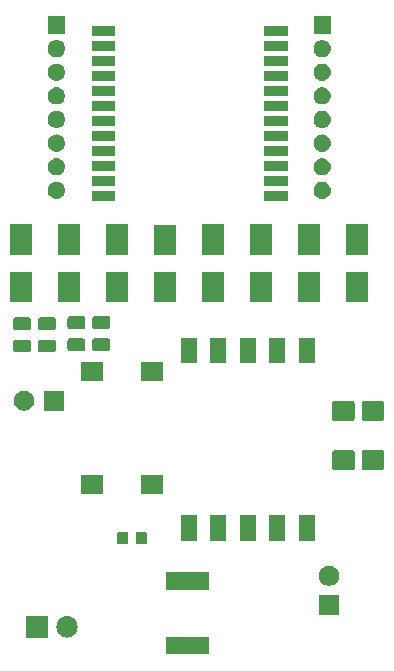
<source format=gbr>
G04 #@! TF.GenerationSoftware,KiCad,Pcbnew,(5.1.4-0-10_14)*
G04 #@! TF.CreationDate,2019-09-18T11:49:10-05:00*
G04 #@! TF.ProjectId,poePoweredDevice-PD,706f6550-6f77-4657-9265-644465766963,rev?*
G04 #@! TF.SameCoordinates,Original*
G04 #@! TF.FileFunction,Soldermask,Top*
G04 #@! TF.FilePolarity,Negative*
%FSLAX46Y46*%
G04 Gerber Fmt 4.6, Leading zero omitted, Abs format (unit mm)*
G04 Created by KiCad (PCBNEW (5.1.4-0-10_14)) date 2019-09-18 11:49:10*
%MOMM*%
%LPD*%
G04 APERTURE LIST*
%ADD10C,0.100000*%
G04 APERTURE END LIST*
D10*
G36*
X175931000Y-139999000D02*
G01*
X172269000Y-139999000D01*
X172269000Y-138497000D01*
X175931000Y-138497000D01*
X175931000Y-139999000D01*
X175931000Y-139999000D01*
G37*
G36*
X162257800Y-138569000D02*
G01*
X160455800Y-138569000D01*
X160455800Y-136767000D01*
X162257800Y-136767000D01*
X162257800Y-138569000D01*
X162257800Y-138569000D01*
G37*
G36*
X164007242Y-136773518D02*
G01*
X164073427Y-136780037D01*
X164243266Y-136831557D01*
X164399791Y-136915222D01*
X164435529Y-136944552D01*
X164536986Y-137027814D01*
X164620248Y-137129271D01*
X164649578Y-137165009D01*
X164733243Y-137321534D01*
X164784763Y-137491373D01*
X164802159Y-137668000D01*
X164784763Y-137844627D01*
X164733243Y-138014466D01*
X164649578Y-138170991D01*
X164620248Y-138206729D01*
X164536986Y-138308186D01*
X164435529Y-138391448D01*
X164399791Y-138420778D01*
X164243266Y-138504443D01*
X164073427Y-138555963D01*
X164007243Y-138562481D01*
X163941060Y-138569000D01*
X163852540Y-138569000D01*
X163786357Y-138562481D01*
X163720173Y-138555963D01*
X163550334Y-138504443D01*
X163393809Y-138420778D01*
X163358071Y-138391448D01*
X163256614Y-138308186D01*
X163173352Y-138206729D01*
X163144022Y-138170991D01*
X163060357Y-138014466D01*
X163008837Y-137844627D01*
X162991441Y-137668000D01*
X163008837Y-137491373D01*
X163060357Y-137321534D01*
X163144022Y-137165009D01*
X163173352Y-137129271D01*
X163256614Y-137027814D01*
X163358071Y-136944552D01*
X163393809Y-136915222D01*
X163550334Y-136831557D01*
X163720173Y-136780037D01*
X163786358Y-136773518D01*
X163852540Y-136767000D01*
X163941060Y-136767000D01*
X164007242Y-136773518D01*
X164007242Y-136773518D01*
G37*
G36*
X186931400Y-136690200D02*
G01*
X185229400Y-136690200D01*
X185229400Y-134988200D01*
X186931400Y-134988200D01*
X186931400Y-136690200D01*
X186931400Y-136690200D01*
G37*
G36*
X175931000Y-134539000D02*
G01*
X172269000Y-134539000D01*
X172269000Y-133037000D01*
X175931000Y-133037000D01*
X175931000Y-134539000D01*
X175931000Y-134539000D01*
G37*
G36*
X186328628Y-132520903D02*
G01*
X186483500Y-132585053D01*
X186622881Y-132678185D01*
X186741415Y-132796719D01*
X186834547Y-132936100D01*
X186898697Y-133090972D01*
X186931400Y-133255384D01*
X186931400Y-133423016D01*
X186898697Y-133587428D01*
X186834547Y-133742300D01*
X186741415Y-133881681D01*
X186622881Y-134000215D01*
X186483500Y-134093347D01*
X186328628Y-134157497D01*
X186164216Y-134190200D01*
X185996584Y-134190200D01*
X185832172Y-134157497D01*
X185677300Y-134093347D01*
X185537919Y-134000215D01*
X185419385Y-133881681D01*
X185326253Y-133742300D01*
X185262103Y-133587428D01*
X185229400Y-133423016D01*
X185229400Y-133255384D01*
X185262103Y-133090972D01*
X185326253Y-132936100D01*
X185419385Y-132796719D01*
X185537919Y-132678185D01*
X185677300Y-132585053D01*
X185832172Y-132520903D01*
X185996584Y-132488200D01*
X186164216Y-132488200D01*
X186328628Y-132520903D01*
X186328628Y-132520903D01*
G37*
G36*
X170529591Y-129626085D02*
G01*
X170563569Y-129636393D01*
X170594890Y-129653134D01*
X170622339Y-129675661D01*
X170644866Y-129703110D01*
X170661607Y-129734431D01*
X170671915Y-129768409D01*
X170676000Y-129809890D01*
X170676000Y-130486110D01*
X170671915Y-130527591D01*
X170661607Y-130561569D01*
X170644866Y-130592890D01*
X170622339Y-130620339D01*
X170594890Y-130642866D01*
X170563569Y-130659607D01*
X170529591Y-130669915D01*
X170488110Y-130674000D01*
X169886890Y-130674000D01*
X169845409Y-130669915D01*
X169811431Y-130659607D01*
X169780110Y-130642866D01*
X169752661Y-130620339D01*
X169730134Y-130592890D01*
X169713393Y-130561569D01*
X169703085Y-130527591D01*
X169699000Y-130486110D01*
X169699000Y-129809890D01*
X169703085Y-129768409D01*
X169713393Y-129734431D01*
X169730134Y-129703110D01*
X169752661Y-129675661D01*
X169780110Y-129653134D01*
X169811431Y-129636393D01*
X169845409Y-129626085D01*
X169886890Y-129622000D01*
X170488110Y-129622000D01*
X170529591Y-129626085D01*
X170529591Y-129626085D01*
G37*
G36*
X168954591Y-129626085D02*
G01*
X168988569Y-129636393D01*
X169019890Y-129653134D01*
X169047339Y-129675661D01*
X169069866Y-129703110D01*
X169086607Y-129734431D01*
X169096915Y-129768409D01*
X169101000Y-129809890D01*
X169101000Y-130486110D01*
X169096915Y-130527591D01*
X169086607Y-130561569D01*
X169069866Y-130592890D01*
X169047339Y-130620339D01*
X169019890Y-130642866D01*
X168988569Y-130659607D01*
X168954591Y-130669915D01*
X168913110Y-130674000D01*
X168311890Y-130674000D01*
X168270409Y-130669915D01*
X168236431Y-130659607D01*
X168205110Y-130642866D01*
X168177661Y-130620339D01*
X168155134Y-130592890D01*
X168138393Y-130561569D01*
X168128085Y-130527591D01*
X168124000Y-130486110D01*
X168124000Y-129809890D01*
X168128085Y-129768409D01*
X168138393Y-129734431D01*
X168155134Y-129703110D01*
X168177661Y-129675661D01*
X168205110Y-129653134D01*
X168236431Y-129636393D01*
X168270409Y-129626085D01*
X168311890Y-129622000D01*
X168913110Y-129622000D01*
X168954591Y-129626085D01*
X168954591Y-129626085D01*
G37*
G36*
X184886000Y-130366000D02*
G01*
X183514000Y-130366000D01*
X183514000Y-128234000D01*
X184886000Y-128234000D01*
X184886000Y-130366000D01*
X184886000Y-130366000D01*
G37*
G36*
X182386000Y-130366000D02*
G01*
X181014000Y-130366000D01*
X181014000Y-128234000D01*
X182386000Y-128234000D01*
X182386000Y-130366000D01*
X182386000Y-130366000D01*
G37*
G36*
X179886000Y-130366000D02*
G01*
X178514000Y-130366000D01*
X178514000Y-128234000D01*
X179886000Y-128234000D01*
X179886000Y-130366000D01*
X179886000Y-130366000D01*
G37*
G36*
X177386000Y-130366000D02*
G01*
X176014000Y-130366000D01*
X176014000Y-128234000D01*
X177386000Y-128234000D01*
X177386000Y-130366000D01*
X177386000Y-130366000D01*
G37*
G36*
X174886000Y-130366000D02*
G01*
X173514000Y-130366000D01*
X173514000Y-128234000D01*
X174886000Y-128234000D01*
X174886000Y-130366000D01*
X174886000Y-130366000D01*
G37*
G36*
X166955400Y-126388600D02*
G01*
X165073400Y-126388600D01*
X165073400Y-124766600D01*
X166955400Y-124766600D01*
X166955400Y-126388600D01*
X166955400Y-126388600D01*
G37*
G36*
X172035400Y-126388600D02*
G01*
X170153400Y-126388600D01*
X170153400Y-124766600D01*
X172035400Y-124766600D01*
X172035400Y-126388600D01*
X172035400Y-126388600D01*
G37*
G36*
X188104897Y-122715868D02*
G01*
X188138709Y-122726125D01*
X188169879Y-122742786D01*
X188197196Y-122765204D01*
X188219614Y-122792521D01*
X188236275Y-122823691D01*
X188246532Y-122857503D01*
X188250600Y-122898812D01*
X188250600Y-124201788D01*
X188246532Y-124243097D01*
X188236275Y-124276909D01*
X188219614Y-124308079D01*
X188197196Y-124335396D01*
X188169879Y-124357814D01*
X188138709Y-124374475D01*
X188104897Y-124384732D01*
X188063588Y-124388800D01*
X186535612Y-124388800D01*
X186494303Y-124384732D01*
X186460491Y-124374475D01*
X186429321Y-124357814D01*
X186402004Y-124335396D01*
X186379586Y-124308079D01*
X186362925Y-124276909D01*
X186352668Y-124243097D01*
X186348600Y-124201788D01*
X186348600Y-122898812D01*
X186352668Y-122857503D01*
X186362925Y-122823691D01*
X186379586Y-122792521D01*
X186402004Y-122765204D01*
X186429321Y-122742786D01*
X186460491Y-122726125D01*
X186494303Y-122715868D01*
X186535612Y-122711800D01*
X188063588Y-122711800D01*
X188104897Y-122715868D01*
X188104897Y-122715868D01*
G37*
G36*
X190594097Y-122715868D02*
G01*
X190627909Y-122726125D01*
X190659079Y-122742786D01*
X190686396Y-122765204D01*
X190708814Y-122792521D01*
X190725475Y-122823691D01*
X190735732Y-122857503D01*
X190739800Y-122898812D01*
X190739800Y-124201788D01*
X190735732Y-124243097D01*
X190725475Y-124276909D01*
X190708814Y-124308079D01*
X190686396Y-124335396D01*
X190659079Y-124357814D01*
X190627909Y-124374475D01*
X190594097Y-124384732D01*
X190552788Y-124388800D01*
X189024812Y-124388800D01*
X188983503Y-124384732D01*
X188949691Y-124374475D01*
X188918521Y-124357814D01*
X188891204Y-124335396D01*
X188868786Y-124308079D01*
X188852125Y-124276909D01*
X188841868Y-124243097D01*
X188837800Y-124201788D01*
X188837800Y-122898812D01*
X188841868Y-122857503D01*
X188852125Y-122823691D01*
X188868786Y-122792521D01*
X188891204Y-122765204D01*
X188918521Y-122742786D01*
X188949691Y-122726125D01*
X188983503Y-122715868D01*
X189024812Y-122711800D01*
X190552788Y-122711800D01*
X190594097Y-122715868D01*
X190594097Y-122715868D01*
G37*
G36*
X190594097Y-118540868D02*
G01*
X190627909Y-118551125D01*
X190659079Y-118567786D01*
X190686396Y-118590204D01*
X190708814Y-118617521D01*
X190725475Y-118648691D01*
X190735732Y-118682503D01*
X190739800Y-118723812D01*
X190739800Y-120026788D01*
X190735732Y-120068097D01*
X190725475Y-120101909D01*
X190708814Y-120133079D01*
X190686396Y-120160396D01*
X190659079Y-120182814D01*
X190627909Y-120199475D01*
X190594097Y-120209732D01*
X190552788Y-120213800D01*
X189024812Y-120213800D01*
X188983503Y-120209732D01*
X188949691Y-120199475D01*
X188918521Y-120182814D01*
X188891204Y-120160396D01*
X188868786Y-120133079D01*
X188852125Y-120101909D01*
X188841868Y-120068097D01*
X188837800Y-120026788D01*
X188837800Y-118723812D01*
X188841868Y-118682503D01*
X188852125Y-118648691D01*
X188868786Y-118617521D01*
X188891204Y-118590204D01*
X188918521Y-118567786D01*
X188949691Y-118551125D01*
X188983503Y-118540868D01*
X189024812Y-118536800D01*
X190552788Y-118536800D01*
X190594097Y-118540868D01*
X190594097Y-118540868D01*
G37*
G36*
X188104897Y-118540868D02*
G01*
X188138709Y-118551125D01*
X188169879Y-118567786D01*
X188197196Y-118590204D01*
X188219614Y-118617521D01*
X188236275Y-118648691D01*
X188246532Y-118682503D01*
X188250600Y-118723812D01*
X188250600Y-120026788D01*
X188246532Y-120068097D01*
X188236275Y-120101909D01*
X188219614Y-120133079D01*
X188197196Y-120160396D01*
X188169879Y-120182814D01*
X188138709Y-120199475D01*
X188104897Y-120209732D01*
X188063588Y-120213800D01*
X186535612Y-120213800D01*
X186494303Y-120209732D01*
X186460491Y-120199475D01*
X186429321Y-120182814D01*
X186402004Y-120160396D01*
X186379586Y-120133079D01*
X186362925Y-120101909D01*
X186352668Y-120068097D01*
X186348600Y-120026788D01*
X186348600Y-118723812D01*
X186352668Y-118682503D01*
X186362925Y-118648691D01*
X186379586Y-118617521D01*
X186402004Y-118590204D01*
X186429321Y-118567786D01*
X186460491Y-118551125D01*
X186494303Y-118540868D01*
X186535612Y-118536800D01*
X188063588Y-118536800D01*
X188104897Y-118540868D01*
X188104897Y-118540868D01*
G37*
G36*
X163614200Y-119367400D02*
G01*
X161912200Y-119367400D01*
X161912200Y-117665400D01*
X163614200Y-117665400D01*
X163614200Y-119367400D01*
X163614200Y-119367400D01*
G37*
G36*
X160511428Y-117698103D02*
G01*
X160666300Y-117762253D01*
X160805681Y-117855385D01*
X160924215Y-117973919D01*
X161017347Y-118113300D01*
X161081497Y-118268172D01*
X161114200Y-118432584D01*
X161114200Y-118600216D01*
X161081497Y-118764628D01*
X161017347Y-118919500D01*
X160924215Y-119058881D01*
X160805681Y-119177415D01*
X160666300Y-119270547D01*
X160511428Y-119334697D01*
X160347016Y-119367400D01*
X160179384Y-119367400D01*
X160014972Y-119334697D01*
X159860100Y-119270547D01*
X159720719Y-119177415D01*
X159602185Y-119058881D01*
X159509053Y-118919500D01*
X159444903Y-118764628D01*
X159412200Y-118600216D01*
X159412200Y-118432584D01*
X159444903Y-118268172D01*
X159509053Y-118113300D01*
X159602185Y-117973919D01*
X159720719Y-117855385D01*
X159860100Y-117762253D01*
X160014972Y-117698103D01*
X160179384Y-117665400D01*
X160347016Y-117665400D01*
X160511428Y-117698103D01*
X160511428Y-117698103D01*
G37*
G36*
X172035400Y-116828600D02*
G01*
X170153400Y-116828600D01*
X170153400Y-115206600D01*
X172035400Y-115206600D01*
X172035400Y-116828600D01*
X172035400Y-116828600D01*
G37*
G36*
X166955400Y-116828600D02*
G01*
X165073400Y-116828600D01*
X165073400Y-115206600D01*
X166955400Y-115206600D01*
X166955400Y-116828600D01*
X166955400Y-116828600D01*
G37*
G36*
X182386000Y-115366000D02*
G01*
X181014000Y-115366000D01*
X181014000Y-113234000D01*
X182386000Y-113234000D01*
X182386000Y-115366000D01*
X182386000Y-115366000D01*
G37*
G36*
X174886000Y-115366000D02*
G01*
X173514000Y-115366000D01*
X173514000Y-113234000D01*
X174886000Y-113234000D01*
X174886000Y-115366000D01*
X174886000Y-115366000D01*
G37*
G36*
X184886000Y-115366000D02*
G01*
X183514000Y-115366000D01*
X183514000Y-113234000D01*
X184886000Y-113234000D01*
X184886000Y-115366000D01*
X184886000Y-115366000D01*
G37*
G36*
X179886000Y-115366000D02*
G01*
X178514000Y-115366000D01*
X178514000Y-113234000D01*
X179886000Y-113234000D01*
X179886000Y-115366000D01*
X179886000Y-115366000D01*
G37*
G36*
X177386000Y-115366000D02*
G01*
X176014000Y-115366000D01*
X176014000Y-113234000D01*
X177386000Y-113234000D01*
X177386000Y-115366000D01*
X177386000Y-115366000D01*
G37*
G36*
X162774468Y-113346565D02*
G01*
X162813138Y-113358296D01*
X162848777Y-113377346D01*
X162880017Y-113402983D01*
X162905654Y-113434223D01*
X162924704Y-113469862D01*
X162936435Y-113508532D01*
X162941000Y-113554888D01*
X162941000Y-114206112D01*
X162936435Y-114252468D01*
X162924704Y-114291138D01*
X162905654Y-114326777D01*
X162880017Y-114358017D01*
X162848777Y-114383654D01*
X162813138Y-114402704D01*
X162774468Y-114414435D01*
X162728112Y-114419000D01*
X161651888Y-114419000D01*
X161605532Y-114414435D01*
X161566862Y-114402704D01*
X161531223Y-114383654D01*
X161499983Y-114358017D01*
X161474346Y-114326777D01*
X161455296Y-114291138D01*
X161443565Y-114252468D01*
X161439000Y-114206112D01*
X161439000Y-113554888D01*
X161443565Y-113508532D01*
X161455296Y-113469862D01*
X161474346Y-113434223D01*
X161499983Y-113402983D01*
X161531223Y-113377346D01*
X161566862Y-113358296D01*
X161605532Y-113346565D01*
X161651888Y-113342000D01*
X162728112Y-113342000D01*
X162774468Y-113346565D01*
X162774468Y-113346565D01*
G37*
G36*
X160674468Y-113346565D02*
G01*
X160713138Y-113358296D01*
X160748777Y-113377346D01*
X160780017Y-113402983D01*
X160805654Y-113434223D01*
X160824704Y-113469862D01*
X160836435Y-113508532D01*
X160841000Y-113554888D01*
X160841000Y-114206112D01*
X160836435Y-114252468D01*
X160824704Y-114291138D01*
X160805654Y-114326777D01*
X160780017Y-114358017D01*
X160748777Y-114383654D01*
X160713138Y-114402704D01*
X160674468Y-114414435D01*
X160628112Y-114419000D01*
X159551888Y-114419000D01*
X159505532Y-114414435D01*
X159466862Y-114402704D01*
X159431223Y-114383654D01*
X159399983Y-114358017D01*
X159374346Y-114326777D01*
X159355296Y-114291138D01*
X159343565Y-114252468D01*
X159339000Y-114206112D01*
X159339000Y-113554888D01*
X159343565Y-113508532D01*
X159355296Y-113469862D01*
X159374346Y-113434223D01*
X159399983Y-113402983D01*
X159431223Y-113377346D01*
X159466862Y-113358296D01*
X159505532Y-113346565D01*
X159551888Y-113342000D01*
X160628112Y-113342000D01*
X160674468Y-113346565D01*
X160674468Y-113346565D01*
G37*
G36*
X165274468Y-113246565D02*
G01*
X165313138Y-113258296D01*
X165348777Y-113277346D01*
X165380017Y-113302983D01*
X165405654Y-113334223D01*
X165424704Y-113369862D01*
X165436435Y-113408532D01*
X165441000Y-113454888D01*
X165441000Y-114106112D01*
X165436435Y-114152468D01*
X165424704Y-114191138D01*
X165405654Y-114226777D01*
X165380017Y-114258017D01*
X165348777Y-114283654D01*
X165313138Y-114302704D01*
X165274468Y-114314435D01*
X165228112Y-114319000D01*
X164151888Y-114319000D01*
X164105532Y-114314435D01*
X164066862Y-114302704D01*
X164031223Y-114283654D01*
X163999983Y-114258017D01*
X163974346Y-114226777D01*
X163955296Y-114191138D01*
X163943565Y-114152468D01*
X163939000Y-114106112D01*
X163939000Y-113454888D01*
X163943565Y-113408532D01*
X163955296Y-113369862D01*
X163974346Y-113334223D01*
X163999983Y-113302983D01*
X164031223Y-113277346D01*
X164066862Y-113258296D01*
X164105532Y-113246565D01*
X164151888Y-113242000D01*
X165228112Y-113242000D01*
X165274468Y-113246565D01*
X165274468Y-113246565D01*
G37*
G36*
X167374468Y-113246565D02*
G01*
X167413138Y-113258296D01*
X167448777Y-113277346D01*
X167480017Y-113302983D01*
X167505654Y-113334223D01*
X167524704Y-113369862D01*
X167536435Y-113408532D01*
X167541000Y-113454888D01*
X167541000Y-114106112D01*
X167536435Y-114152468D01*
X167524704Y-114191138D01*
X167505654Y-114226777D01*
X167480017Y-114258017D01*
X167448777Y-114283654D01*
X167413138Y-114302704D01*
X167374468Y-114314435D01*
X167328112Y-114319000D01*
X166251888Y-114319000D01*
X166205532Y-114314435D01*
X166166862Y-114302704D01*
X166131223Y-114283654D01*
X166099983Y-114258017D01*
X166074346Y-114226777D01*
X166055296Y-114191138D01*
X166043565Y-114152468D01*
X166039000Y-114106112D01*
X166039000Y-113454888D01*
X166043565Y-113408532D01*
X166055296Y-113369862D01*
X166074346Y-113334223D01*
X166099983Y-113302983D01*
X166131223Y-113277346D01*
X166166862Y-113258296D01*
X166205532Y-113246565D01*
X166251888Y-113242000D01*
X167328112Y-113242000D01*
X167374468Y-113246565D01*
X167374468Y-113246565D01*
G37*
G36*
X162774468Y-111471565D02*
G01*
X162813138Y-111483296D01*
X162848777Y-111502346D01*
X162880017Y-111527983D01*
X162905654Y-111559223D01*
X162924704Y-111594862D01*
X162936435Y-111633532D01*
X162941000Y-111679888D01*
X162941000Y-112331112D01*
X162936435Y-112377468D01*
X162924704Y-112416138D01*
X162905654Y-112451777D01*
X162880017Y-112483017D01*
X162848777Y-112508654D01*
X162813138Y-112527704D01*
X162774468Y-112539435D01*
X162728112Y-112544000D01*
X161651888Y-112544000D01*
X161605532Y-112539435D01*
X161566862Y-112527704D01*
X161531223Y-112508654D01*
X161499983Y-112483017D01*
X161474346Y-112451777D01*
X161455296Y-112416138D01*
X161443565Y-112377468D01*
X161439000Y-112331112D01*
X161439000Y-111679888D01*
X161443565Y-111633532D01*
X161455296Y-111594862D01*
X161474346Y-111559223D01*
X161499983Y-111527983D01*
X161531223Y-111502346D01*
X161566862Y-111483296D01*
X161605532Y-111471565D01*
X161651888Y-111467000D01*
X162728112Y-111467000D01*
X162774468Y-111471565D01*
X162774468Y-111471565D01*
G37*
G36*
X160674468Y-111471565D02*
G01*
X160713138Y-111483296D01*
X160748777Y-111502346D01*
X160780017Y-111527983D01*
X160805654Y-111559223D01*
X160824704Y-111594862D01*
X160836435Y-111633532D01*
X160841000Y-111679888D01*
X160841000Y-112331112D01*
X160836435Y-112377468D01*
X160824704Y-112416138D01*
X160805654Y-112451777D01*
X160780017Y-112483017D01*
X160748777Y-112508654D01*
X160713138Y-112527704D01*
X160674468Y-112539435D01*
X160628112Y-112544000D01*
X159551888Y-112544000D01*
X159505532Y-112539435D01*
X159466862Y-112527704D01*
X159431223Y-112508654D01*
X159399983Y-112483017D01*
X159374346Y-112451777D01*
X159355296Y-112416138D01*
X159343565Y-112377468D01*
X159339000Y-112331112D01*
X159339000Y-111679888D01*
X159343565Y-111633532D01*
X159355296Y-111594862D01*
X159374346Y-111559223D01*
X159399983Y-111527983D01*
X159431223Y-111502346D01*
X159466862Y-111483296D01*
X159505532Y-111471565D01*
X159551888Y-111467000D01*
X160628112Y-111467000D01*
X160674468Y-111471565D01*
X160674468Y-111471565D01*
G37*
G36*
X165274468Y-111371565D02*
G01*
X165313138Y-111383296D01*
X165348777Y-111402346D01*
X165380017Y-111427983D01*
X165405654Y-111459223D01*
X165424704Y-111494862D01*
X165436435Y-111533532D01*
X165441000Y-111579888D01*
X165441000Y-112231112D01*
X165436435Y-112277468D01*
X165424704Y-112316138D01*
X165405654Y-112351777D01*
X165380017Y-112383017D01*
X165348777Y-112408654D01*
X165313138Y-112427704D01*
X165274468Y-112439435D01*
X165228112Y-112444000D01*
X164151888Y-112444000D01*
X164105532Y-112439435D01*
X164066862Y-112427704D01*
X164031223Y-112408654D01*
X163999983Y-112383017D01*
X163974346Y-112351777D01*
X163955296Y-112316138D01*
X163943565Y-112277468D01*
X163939000Y-112231112D01*
X163939000Y-111579888D01*
X163943565Y-111533532D01*
X163955296Y-111494862D01*
X163974346Y-111459223D01*
X163999983Y-111427983D01*
X164031223Y-111402346D01*
X164066862Y-111383296D01*
X164105532Y-111371565D01*
X164151888Y-111367000D01*
X165228112Y-111367000D01*
X165274468Y-111371565D01*
X165274468Y-111371565D01*
G37*
G36*
X167374468Y-111371565D02*
G01*
X167413138Y-111383296D01*
X167448777Y-111402346D01*
X167480017Y-111427983D01*
X167505654Y-111459223D01*
X167524704Y-111494862D01*
X167536435Y-111533532D01*
X167541000Y-111579888D01*
X167541000Y-112231112D01*
X167536435Y-112277468D01*
X167524704Y-112316138D01*
X167505654Y-112351777D01*
X167480017Y-112383017D01*
X167448777Y-112408654D01*
X167413138Y-112427704D01*
X167374468Y-112439435D01*
X167328112Y-112444000D01*
X166251888Y-112444000D01*
X166205532Y-112439435D01*
X166166862Y-112427704D01*
X166131223Y-112408654D01*
X166099983Y-112383017D01*
X166074346Y-112351777D01*
X166055296Y-112316138D01*
X166043565Y-112277468D01*
X166039000Y-112231112D01*
X166039000Y-111579888D01*
X166043565Y-111533532D01*
X166055296Y-111494862D01*
X166074346Y-111459223D01*
X166099983Y-111427983D01*
X166131223Y-111402346D01*
X166166862Y-111383296D01*
X166205532Y-111371565D01*
X166251888Y-111367000D01*
X167328112Y-111367000D01*
X167374468Y-111371565D01*
X167374468Y-111371565D01*
G37*
G36*
X173151000Y-110201000D02*
G01*
X171249000Y-110201000D01*
X171249000Y-107599000D01*
X173151000Y-107599000D01*
X173151000Y-110201000D01*
X173151000Y-110201000D01*
G37*
G36*
X165035000Y-110197000D02*
G01*
X163133000Y-110197000D01*
X163133000Y-107595000D01*
X165035000Y-107595000D01*
X165035000Y-110197000D01*
X165035000Y-110197000D01*
G37*
G36*
X189419000Y-110197000D02*
G01*
X187517000Y-110197000D01*
X187517000Y-107595000D01*
X189419000Y-107595000D01*
X189419000Y-110197000D01*
X189419000Y-110197000D01*
G37*
G36*
X185355000Y-110197000D02*
G01*
X183453000Y-110197000D01*
X183453000Y-107595000D01*
X185355000Y-107595000D01*
X185355000Y-110197000D01*
X185355000Y-110197000D01*
G37*
G36*
X181291000Y-110197000D02*
G01*
X179389000Y-110197000D01*
X179389000Y-107595000D01*
X181291000Y-107595000D01*
X181291000Y-110197000D01*
X181291000Y-110197000D01*
G37*
G36*
X177227000Y-110197000D02*
G01*
X175325000Y-110197000D01*
X175325000Y-107595000D01*
X177227000Y-107595000D01*
X177227000Y-110197000D01*
X177227000Y-110197000D01*
G37*
G36*
X169099000Y-110197000D02*
G01*
X167197000Y-110197000D01*
X167197000Y-107595000D01*
X169099000Y-107595000D01*
X169099000Y-110197000D01*
X169099000Y-110197000D01*
G37*
G36*
X160971000Y-110197000D02*
G01*
X159069000Y-110197000D01*
X159069000Y-107595000D01*
X160971000Y-107595000D01*
X160971000Y-110197000D01*
X160971000Y-110197000D01*
G37*
G36*
X173151000Y-106201000D02*
G01*
X171249000Y-106201000D01*
X171249000Y-103599000D01*
X173151000Y-103599000D01*
X173151000Y-106201000D01*
X173151000Y-106201000D01*
G37*
G36*
X160971000Y-106197000D02*
G01*
X159069000Y-106197000D01*
X159069000Y-103595000D01*
X160971000Y-103595000D01*
X160971000Y-106197000D01*
X160971000Y-106197000D01*
G37*
G36*
X177227000Y-106197000D02*
G01*
X175325000Y-106197000D01*
X175325000Y-103595000D01*
X177227000Y-103595000D01*
X177227000Y-106197000D01*
X177227000Y-106197000D01*
G37*
G36*
X189419000Y-106197000D02*
G01*
X187517000Y-106197000D01*
X187517000Y-103595000D01*
X189419000Y-103595000D01*
X189419000Y-106197000D01*
X189419000Y-106197000D01*
G37*
G36*
X165035000Y-106197000D02*
G01*
X163133000Y-106197000D01*
X163133000Y-103595000D01*
X165035000Y-103595000D01*
X165035000Y-106197000D01*
X165035000Y-106197000D01*
G37*
G36*
X169099000Y-106197000D02*
G01*
X167197000Y-106197000D01*
X167197000Y-103595000D01*
X169099000Y-103595000D01*
X169099000Y-106197000D01*
X169099000Y-106197000D01*
G37*
G36*
X181291000Y-106197000D02*
G01*
X179389000Y-106197000D01*
X179389000Y-103595000D01*
X181291000Y-103595000D01*
X181291000Y-106197000D01*
X181291000Y-106197000D01*
G37*
G36*
X185355000Y-106197000D02*
G01*
X183453000Y-106197000D01*
X183453000Y-103595000D01*
X185355000Y-103595000D01*
X185355000Y-106197000D01*
X185355000Y-106197000D01*
G37*
G36*
X167991000Y-101602000D02*
G01*
X165984000Y-101602000D01*
X165984000Y-100740000D01*
X167991000Y-100740000D01*
X167991000Y-101602000D01*
X167991000Y-101602000D01*
G37*
G36*
X182596000Y-101602000D02*
G01*
X180589000Y-101602000D01*
X180589000Y-100740000D01*
X182596000Y-100740000D01*
X182596000Y-101602000D01*
X182596000Y-101602000D01*
G37*
G36*
X163071213Y-99981502D02*
G01*
X163142321Y-99988505D01*
X163279172Y-100030019D01*
X163279175Y-100030020D01*
X163405294Y-100097432D01*
X163515843Y-100188157D01*
X163606568Y-100298706D01*
X163673980Y-100424825D01*
X163673981Y-100424828D01*
X163715495Y-100561679D01*
X163729512Y-100704000D01*
X163715495Y-100846321D01*
X163673981Y-100983172D01*
X163673980Y-100983175D01*
X163606568Y-101109294D01*
X163515843Y-101219843D01*
X163405294Y-101310568D01*
X163279175Y-101377980D01*
X163279172Y-101377981D01*
X163142321Y-101419495D01*
X163071213Y-101426498D01*
X163035660Y-101430000D01*
X162964340Y-101430000D01*
X162928787Y-101426498D01*
X162857679Y-101419495D01*
X162720828Y-101377981D01*
X162720825Y-101377980D01*
X162594706Y-101310568D01*
X162484157Y-101219843D01*
X162393432Y-101109294D01*
X162326020Y-100983175D01*
X162326019Y-100983172D01*
X162284505Y-100846321D01*
X162270488Y-100704000D01*
X162284505Y-100561679D01*
X162326019Y-100424828D01*
X162326020Y-100424825D01*
X162393432Y-100298706D01*
X162484157Y-100188157D01*
X162594706Y-100097432D01*
X162720825Y-100030020D01*
X162720828Y-100030019D01*
X162857679Y-99988505D01*
X162928787Y-99981502D01*
X162964340Y-99978000D01*
X163035660Y-99978000D01*
X163071213Y-99981502D01*
X163071213Y-99981502D01*
G37*
G36*
X185571213Y-99981502D02*
G01*
X185642321Y-99988505D01*
X185779172Y-100030019D01*
X185779175Y-100030020D01*
X185905294Y-100097432D01*
X186015843Y-100188157D01*
X186106568Y-100298706D01*
X186173980Y-100424825D01*
X186173981Y-100424828D01*
X186215495Y-100561679D01*
X186229512Y-100704000D01*
X186215495Y-100846321D01*
X186173981Y-100983172D01*
X186173980Y-100983175D01*
X186106568Y-101109294D01*
X186015843Y-101219843D01*
X185905294Y-101310568D01*
X185779175Y-101377980D01*
X185779172Y-101377981D01*
X185642321Y-101419495D01*
X185571213Y-101426498D01*
X185535660Y-101430000D01*
X185464340Y-101430000D01*
X185428787Y-101426498D01*
X185357679Y-101419495D01*
X185220828Y-101377981D01*
X185220825Y-101377980D01*
X185094706Y-101310568D01*
X184984157Y-101219843D01*
X184893432Y-101109294D01*
X184826020Y-100983175D01*
X184826019Y-100983172D01*
X184784505Y-100846321D01*
X184770488Y-100704000D01*
X184784505Y-100561679D01*
X184826019Y-100424828D01*
X184826020Y-100424825D01*
X184893432Y-100298706D01*
X184984157Y-100188157D01*
X185094706Y-100097432D01*
X185220825Y-100030020D01*
X185220828Y-100030019D01*
X185357679Y-99988505D01*
X185428787Y-99981502D01*
X185464340Y-99978000D01*
X185535660Y-99978000D01*
X185571213Y-99981502D01*
X185571213Y-99981502D01*
G37*
G36*
X182596000Y-100332000D02*
G01*
X180589000Y-100332000D01*
X180589000Y-99470000D01*
X182596000Y-99470000D01*
X182596000Y-100332000D01*
X182596000Y-100332000D01*
G37*
G36*
X167991000Y-100332000D02*
G01*
X165984000Y-100332000D01*
X165984000Y-99470000D01*
X167991000Y-99470000D01*
X167991000Y-100332000D01*
X167991000Y-100332000D01*
G37*
G36*
X185571213Y-97981502D02*
G01*
X185642321Y-97988505D01*
X185779172Y-98030019D01*
X185779175Y-98030020D01*
X185905294Y-98097432D01*
X186015843Y-98188157D01*
X186106568Y-98298706D01*
X186173980Y-98424825D01*
X186173981Y-98424828D01*
X186215495Y-98561679D01*
X186229512Y-98704000D01*
X186215495Y-98846321D01*
X186173981Y-98983172D01*
X186173980Y-98983175D01*
X186106568Y-99109294D01*
X186015843Y-99219843D01*
X185905294Y-99310568D01*
X185779175Y-99377980D01*
X185779172Y-99377981D01*
X185642321Y-99419495D01*
X185571213Y-99426498D01*
X185535660Y-99430000D01*
X185464340Y-99430000D01*
X185428787Y-99426498D01*
X185357679Y-99419495D01*
X185220828Y-99377981D01*
X185220825Y-99377980D01*
X185094706Y-99310568D01*
X184984157Y-99219843D01*
X184893432Y-99109294D01*
X184826020Y-98983175D01*
X184826019Y-98983172D01*
X184784505Y-98846321D01*
X184770488Y-98704000D01*
X184784505Y-98561679D01*
X184826019Y-98424828D01*
X184826020Y-98424825D01*
X184893432Y-98298706D01*
X184984157Y-98188157D01*
X185094706Y-98097432D01*
X185220825Y-98030020D01*
X185220828Y-98030019D01*
X185357679Y-97988505D01*
X185428787Y-97981502D01*
X185464340Y-97978000D01*
X185535660Y-97978000D01*
X185571213Y-97981502D01*
X185571213Y-97981502D01*
G37*
G36*
X163071213Y-97981502D02*
G01*
X163142321Y-97988505D01*
X163279172Y-98030019D01*
X163279175Y-98030020D01*
X163405294Y-98097432D01*
X163515843Y-98188157D01*
X163606568Y-98298706D01*
X163673980Y-98424825D01*
X163673981Y-98424828D01*
X163715495Y-98561679D01*
X163729512Y-98704000D01*
X163715495Y-98846321D01*
X163673981Y-98983172D01*
X163673980Y-98983175D01*
X163606568Y-99109294D01*
X163515843Y-99219843D01*
X163405294Y-99310568D01*
X163279175Y-99377980D01*
X163279172Y-99377981D01*
X163142321Y-99419495D01*
X163071213Y-99426498D01*
X163035660Y-99430000D01*
X162964340Y-99430000D01*
X162928787Y-99426498D01*
X162857679Y-99419495D01*
X162720828Y-99377981D01*
X162720825Y-99377980D01*
X162594706Y-99310568D01*
X162484157Y-99219843D01*
X162393432Y-99109294D01*
X162326020Y-98983175D01*
X162326019Y-98983172D01*
X162284505Y-98846321D01*
X162270488Y-98704000D01*
X162284505Y-98561679D01*
X162326019Y-98424828D01*
X162326020Y-98424825D01*
X162393432Y-98298706D01*
X162484157Y-98188157D01*
X162594706Y-98097432D01*
X162720825Y-98030020D01*
X162720828Y-98030019D01*
X162857679Y-97988505D01*
X162928787Y-97981502D01*
X162964340Y-97978000D01*
X163035660Y-97978000D01*
X163071213Y-97981502D01*
X163071213Y-97981502D01*
G37*
G36*
X167991000Y-99062000D02*
G01*
X165984000Y-99062000D01*
X165984000Y-98200000D01*
X167991000Y-98200000D01*
X167991000Y-99062000D01*
X167991000Y-99062000D01*
G37*
G36*
X182596000Y-99062000D02*
G01*
X180589000Y-99062000D01*
X180589000Y-98200000D01*
X182596000Y-98200000D01*
X182596000Y-99062000D01*
X182596000Y-99062000D01*
G37*
G36*
X182596000Y-97792000D02*
G01*
X180589000Y-97792000D01*
X180589000Y-96930000D01*
X182596000Y-96930000D01*
X182596000Y-97792000D01*
X182596000Y-97792000D01*
G37*
G36*
X167991000Y-97792000D02*
G01*
X165984000Y-97792000D01*
X165984000Y-96930000D01*
X167991000Y-96930000D01*
X167991000Y-97792000D01*
X167991000Y-97792000D01*
G37*
G36*
X185571213Y-95981502D02*
G01*
X185642321Y-95988505D01*
X185779172Y-96030019D01*
X185779175Y-96030020D01*
X185905294Y-96097432D01*
X186015843Y-96188157D01*
X186106568Y-96298706D01*
X186173980Y-96424825D01*
X186173981Y-96424828D01*
X186215495Y-96561679D01*
X186229512Y-96704000D01*
X186215495Y-96846321D01*
X186190111Y-96930000D01*
X186173980Y-96983175D01*
X186106568Y-97109294D01*
X186015843Y-97219843D01*
X185905294Y-97310568D01*
X185779175Y-97377980D01*
X185779172Y-97377981D01*
X185642321Y-97419495D01*
X185571213Y-97426498D01*
X185535660Y-97430000D01*
X185464340Y-97430000D01*
X185428787Y-97426498D01*
X185357679Y-97419495D01*
X185220828Y-97377981D01*
X185220825Y-97377980D01*
X185094706Y-97310568D01*
X184984157Y-97219843D01*
X184893432Y-97109294D01*
X184826020Y-96983175D01*
X184809889Y-96930000D01*
X184784505Y-96846321D01*
X184770488Y-96704000D01*
X184784505Y-96561679D01*
X184826019Y-96424828D01*
X184826020Y-96424825D01*
X184893432Y-96298706D01*
X184984157Y-96188157D01*
X185094706Y-96097432D01*
X185220825Y-96030020D01*
X185220828Y-96030019D01*
X185357679Y-95988505D01*
X185428787Y-95981502D01*
X185464340Y-95978000D01*
X185535660Y-95978000D01*
X185571213Y-95981502D01*
X185571213Y-95981502D01*
G37*
G36*
X163071213Y-95981502D02*
G01*
X163142321Y-95988505D01*
X163279172Y-96030019D01*
X163279175Y-96030020D01*
X163405294Y-96097432D01*
X163515843Y-96188157D01*
X163606568Y-96298706D01*
X163673980Y-96424825D01*
X163673981Y-96424828D01*
X163715495Y-96561679D01*
X163729512Y-96704000D01*
X163715495Y-96846321D01*
X163690111Y-96930000D01*
X163673980Y-96983175D01*
X163606568Y-97109294D01*
X163515843Y-97219843D01*
X163405294Y-97310568D01*
X163279175Y-97377980D01*
X163279172Y-97377981D01*
X163142321Y-97419495D01*
X163071213Y-97426498D01*
X163035660Y-97430000D01*
X162964340Y-97430000D01*
X162928787Y-97426498D01*
X162857679Y-97419495D01*
X162720828Y-97377981D01*
X162720825Y-97377980D01*
X162594706Y-97310568D01*
X162484157Y-97219843D01*
X162393432Y-97109294D01*
X162326020Y-96983175D01*
X162309889Y-96930000D01*
X162284505Y-96846321D01*
X162270488Y-96704000D01*
X162284505Y-96561679D01*
X162326019Y-96424828D01*
X162326020Y-96424825D01*
X162393432Y-96298706D01*
X162484157Y-96188157D01*
X162594706Y-96097432D01*
X162720825Y-96030020D01*
X162720828Y-96030019D01*
X162857679Y-95988505D01*
X162928787Y-95981502D01*
X162964340Y-95978000D01*
X163035660Y-95978000D01*
X163071213Y-95981502D01*
X163071213Y-95981502D01*
G37*
G36*
X182596000Y-96522000D02*
G01*
X180589000Y-96522000D01*
X180589000Y-95660000D01*
X182596000Y-95660000D01*
X182596000Y-96522000D01*
X182596000Y-96522000D01*
G37*
G36*
X167991000Y-96522000D02*
G01*
X165984000Y-96522000D01*
X165984000Y-95660000D01*
X167991000Y-95660000D01*
X167991000Y-96522000D01*
X167991000Y-96522000D01*
G37*
G36*
X163071213Y-93981502D02*
G01*
X163142321Y-93988505D01*
X163279172Y-94030019D01*
X163279175Y-94030020D01*
X163405294Y-94097432D01*
X163515843Y-94188157D01*
X163606568Y-94298706D01*
X163673980Y-94424825D01*
X163673981Y-94424828D01*
X163715495Y-94561679D01*
X163729512Y-94704000D01*
X163715495Y-94846321D01*
X163673981Y-94983172D01*
X163673980Y-94983175D01*
X163606568Y-95109294D01*
X163515843Y-95219843D01*
X163405294Y-95310568D01*
X163279175Y-95377980D01*
X163279172Y-95377981D01*
X163142321Y-95419495D01*
X163071213Y-95426498D01*
X163035660Y-95430000D01*
X162964340Y-95430000D01*
X162928787Y-95426498D01*
X162857679Y-95419495D01*
X162720828Y-95377981D01*
X162720825Y-95377980D01*
X162594706Y-95310568D01*
X162484157Y-95219843D01*
X162393432Y-95109294D01*
X162326020Y-94983175D01*
X162326019Y-94983172D01*
X162284505Y-94846321D01*
X162270488Y-94704000D01*
X162284505Y-94561679D01*
X162326019Y-94424828D01*
X162326020Y-94424825D01*
X162393432Y-94298706D01*
X162484157Y-94188157D01*
X162594706Y-94097432D01*
X162720825Y-94030020D01*
X162720828Y-94030019D01*
X162857679Y-93988505D01*
X162928787Y-93981502D01*
X162964340Y-93978000D01*
X163035660Y-93978000D01*
X163071213Y-93981502D01*
X163071213Y-93981502D01*
G37*
G36*
X185571213Y-93981502D02*
G01*
X185642321Y-93988505D01*
X185779172Y-94030019D01*
X185779175Y-94030020D01*
X185905294Y-94097432D01*
X186015843Y-94188157D01*
X186106568Y-94298706D01*
X186173980Y-94424825D01*
X186173981Y-94424828D01*
X186215495Y-94561679D01*
X186229512Y-94704000D01*
X186215495Y-94846321D01*
X186173981Y-94983172D01*
X186173980Y-94983175D01*
X186106568Y-95109294D01*
X186015843Y-95219843D01*
X185905294Y-95310568D01*
X185779175Y-95377980D01*
X185779172Y-95377981D01*
X185642321Y-95419495D01*
X185571213Y-95426498D01*
X185535660Y-95430000D01*
X185464340Y-95430000D01*
X185428787Y-95426498D01*
X185357679Y-95419495D01*
X185220828Y-95377981D01*
X185220825Y-95377980D01*
X185094706Y-95310568D01*
X184984157Y-95219843D01*
X184893432Y-95109294D01*
X184826020Y-94983175D01*
X184826019Y-94983172D01*
X184784505Y-94846321D01*
X184770488Y-94704000D01*
X184784505Y-94561679D01*
X184826019Y-94424828D01*
X184826020Y-94424825D01*
X184893432Y-94298706D01*
X184984157Y-94188157D01*
X185094706Y-94097432D01*
X185220825Y-94030020D01*
X185220828Y-94030019D01*
X185357679Y-93988505D01*
X185428787Y-93981502D01*
X185464340Y-93978000D01*
X185535660Y-93978000D01*
X185571213Y-93981502D01*
X185571213Y-93981502D01*
G37*
G36*
X182596000Y-95252000D02*
G01*
X180589000Y-95252000D01*
X180589000Y-94390000D01*
X182596000Y-94390000D01*
X182596000Y-95252000D01*
X182596000Y-95252000D01*
G37*
G36*
X167991000Y-95252000D02*
G01*
X165984000Y-95252000D01*
X165984000Y-94390000D01*
X167991000Y-94390000D01*
X167991000Y-95252000D01*
X167991000Y-95252000D01*
G37*
G36*
X182596000Y-93982000D02*
G01*
X180589000Y-93982000D01*
X180589000Y-93120000D01*
X182596000Y-93120000D01*
X182596000Y-93982000D01*
X182596000Y-93982000D01*
G37*
G36*
X167991000Y-93982000D02*
G01*
X165984000Y-93982000D01*
X165984000Y-93120000D01*
X167991000Y-93120000D01*
X167991000Y-93982000D01*
X167991000Y-93982000D01*
G37*
G36*
X163071213Y-91981502D02*
G01*
X163142321Y-91988505D01*
X163279172Y-92030019D01*
X163279175Y-92030020D01*
X163405294Y-92097432D01*
X163515843Y-92188157D01*
X163606568Y-92298706D01*
X163673980Y-92424825D01*
X163673981Y-92424828D01*
X163715495Y-92561679D01*
X163729512Y-92704000D01*
X163715495Y-92846321D01*
X163673981Y-92983172D01*
X163673980Y-92983175D01*
X163606568Y-93109294D01*
X163515843Y-93219843D01*
X163405294Y-93310568D01*
X163279175Y-93377980D01*
X163279172Y-93377981D01*
X163142321Y-93419495D01*
X163071213Y-93426498D01*
X163035660Y-93430000D01*
X162964340Y-93430000D01*
X162928787Y-93426498D01*
X162857679Y-93419495D01*
X162720828Y-93377981D01*
X162720825Y-93377980D01*
X162594706Y-93310568D01*
X162484157Y-93219843D01*
X162393432Y-93109294D01*
X162326020Y-92983175D01*
X162326019Y-92983172D01*
X162284505Y-92846321D01*
X162270488Y-92704000D01*
X162284505Y-92561679D01*
X162326019Y-92424828D01*
X162326020Y-92424825D01*
X162393432Y-92298706D01*
X162484157Y-92188157D01*
X162594706Y-92097432D01*
X162720825Y-92030020D01*
X162720828Y-92030019D01*
X162857679Y-91988505D01*
X162928787Y-91981502D01*
X162964340Y-91978000D01*
X163035660Y-91978000D01*
X163071213Y-91981502D01*
X163071213Y-91981502D01*
G37*
G36*
X185571213Y-91981502D02*
G01*
X185642321Y-91988505D01*
X185779172Y-92030019D01*
X185779175Y-92030020D01*
X185905294Y-92097432D01*
X186015843Y-92188157D01*
X186106568Y-92298706D01*
X186173980Y-92424825D01*
X186173981Y-92424828D01*
X186215495Y-92561679D01*
X186229512Y-92704000D01*
X186215495Y-92846321D01*
X186173981Y-92983172D01*
X186173980Y-92983175D01*
X186106568Y-93109294D01*
X186015843Y-93219843D01*
X185905294Y-93310568D01*
X185779175Y-93377980D01*
X185779172Y-93377981D01*
X185642321Y-93419495D01*
X185571213Y-93426498D01*
X185535660Y-93430000D01*
X185464340Y-93430000D01*
X185428787Y-93426498D01*
X185357679Y-93419495D01*
X185220828Y-93377981D01*
X185220825Y-93377980D01*
X185094706Y-93310568D01*
X184984157Y-93219843D01*
X184893432Y-93109294D01*
X184826020Y-92983175D01*
X184826019Y-92983172D01*
X184784505Y-92846321D01*
X184770488Y-92704000D01*
X184784505Y-92561679D01*
X184826019Y-92424828D01*
X184826020Y-92424825D01*
X184893432Y-92298706D01*
X184984157Y-92188157D01*
X185094706Y-92097432D01*
X185220825Y-92030020D01*
X185220828Y-92030019D01*
X185357679Y-91988505D01*
X185428787Y-91981502D01*
X185464340Y-91978000D01*
X185535660Y-91978000D01*
X185571213Y-91981502D01*
X185571213Y-91981502D01*
G37*
G36*
X182596000Y-92712000D02*
G01*
X180589000Y-92712000D01*
X180589000Y-91850000D01*
X182596000Y-91850000D01*
X182596000Y-92712000D01*
X182596000Y-92712000D01*
G37*
G36*
X167991000Y-92712000D02*
G01*
X165984000Y-92712000D01*
X165984000Y-91850000D01*
X167991000Y-91850000D01*
X167991000Y-92712000D01*
X167991000Y-92712000D01*
G37*
G36*
X182596000Y-91442000D02*
G01*
X180589000Y-91442000D01*
X180589000Y-90580000D01*
X182596000Y-90580000D01*
X182596000Y-91442000D01*
X182596000Y-91442000D01*
G37*
G36*
X167991000Y-91442000D02*
G01*
X165984000Y-91442000D01*
X165984000Y-90580000D01*
X167991000Y-90580000D01*
X167991000Y-91442000D01*
X167991000Y-91442000D01*
G37*
G36*
X185571213Y-89981502D02*
G01*
X185642321Y-89988505D01*
X185779172Y-90030019D01*
X185779175Y-90030020D01*
X185905294Y-90097432D01*
X186015843Y-90188157D01*
X186106568Y-90298706D01*
X186173980Y-90424825D01*
X186173981Y-90424828D01*
X186215495Y-90561679D01*
X186229512Y-90704000D01*
X186215495Y-90846321D01*
X186173981Y-90983172D01*
X186173980Y-90983175D01*
X186106568Y-91109294D01*
X186015843Y-91219843D01*
X185905294Y-91310568D01*
X185779175Y-91377980D01*
X185779172Y-91377981D01*
X185642321Y-91419495D01*
X185571213Y-91426498D01*
X185535660Y-91430000D01*
X185464340Y-91430000D01*
X185428787Y-91426498D01*
X185357679Y-91419495D01*
X185220828Y-91377981D01*
X185220825Y-91377980D01*
X185094706Y-91310568D01*
X184984157Y-91219843D01*
X184893432Y-91109294D01*
X184826020Y-90983175D01*
X184826019Y-90983172D01*
X184784505Y-90846321D01*
X184770488Y-90704000D01*
X184784505Y-90561679D01*
X184826019Y-90424828D01*
X184826020Y-90424825D01*
X184893432Y-90298706D01*
X184984157Y-90188157D01*
X185094706Y-90097432D01*
X185220825Y-90030020D01*
X185220828Y-90030019D01*
X185357679Y-89988505D01*
X185428787Y-89981502D01*
X185464340Y-89978000D01*
X185535660Y-89978000D01*
X185571213Y-89981502D01*
X185571213Y-89981502D01*
G37*
G36*
X163071213Y-89981502D02*
G01*
X163142321Y-89988505D01*
X163279172Y-90030019D01*
X163279175Y-90030020D01*
X163405294Y-90097432D01*
X163515843Y-90188157D01*
X163606568Y-90298706D01*
X163673980Y-90424825D01*
X163673981Y-90424828D01*
X163715495Y-90561679D01*
X163729512Y-90704000D01*
X163715495Y-90846321D01*
X163673981Y-90983172D01*
X163673980Y-90983175D01*
X163606568Y-91109294D01*
X163515843Y-91219843D01*
X163405294Y-91310568D01*
X163279175Y-91377980D01*
X163279172Y-91377981D01*
X163142321Y-91419495D01*
X163071213Y-91426498D01*
X163035660Y-91430000D01*
X162964340Y-91430000D01*
X162928787Y-91426498D01*
X162857679Y-91419495D01*
X162720828Y-91377981D01*
X162720825Y-91377980D01*
X162594706Y-91310568D01*
X162484157Y-91219843D01*
X162393432Y-91109294D01*
X162326020Y-90983175D01*
X162326019Y-90983172D01*
X162284505Y-90846321D01*
X162270488Y-90704000D01*
X162284505Y-90561679D01*
X162326019Y-90424828D01*
X162326020Y-90424825D01*
X162393432Y-90298706D01*
X162484157Y-90188157D01*
X162594706Y-90097432D01*
X162720825Y-90030020D01*
X162720828Y-90030019D01*
X162857679Y-89988505D01*
X162928787Y-89981502D01*
X162964340Y-89978000D01*
X163035660Y-89978000D01*
X163071213Y-89981502D01*
X163071213Y-89981502D01*
G37*
G36*
X182596000Y-90172000D02*
G01*
X180589000Y-90172000D01*
X180589000Y-89310000D01*
X182596000Y-89310000D01*
X182596000Y-90172000D01*
X182596000Y-90172000D01*
G37*
G36*
X167991000Y-90172000D02*
G01*
X165984000Y-90172000D01*
X165984000Y-89310000D01*
X167991000Y-89310000D01*
X167991000Y-90172000D01*
X167991000Y-90172000D01*
G37*
G36*
X185571213Y-87981502D02*
G01*
X185642321Y-87988505D01*
X185779172Y-88030019D01*
X185779175Y-88030020D01*
X185905294Y-88097432D01*
X186015843Y-88188157D01*
X186106568Y-88298706D01*
X186173980Y-88424825D01*
X186173981Y-88424828D01*
X186215495Y-88561679D01*
X186229512Y-88704000D01*
X186215495Y-88846321D01*
X186173981Y-88983172D01*
X186173980Y-88983175D01*
X186106568Y-89109294D01*
X186015843Y-89219843D01*
X185905294Y-89310568D01*
X185779175Y-89377980D01*
X185779172Y-89377981D01*
X185642321Y-89419495D01*
X185571213Y-89426498D01*
X185535660Y-89430000D01*
X185464340Y-89430000D01*
X185428787Y-89426498D01*
X185357679Y-89419495D01*
X185220828Y-89377981D01*
X185220825Y-89377980D01*
X185094706Y-89310568D01*
X184984157Y-89219843D01*
X184893432Y-89109294D01*
X184826020Y-88983175D01*
X184826019Y-88983172D01*
X184784505Y-88846321D01*
X184770488Y-88704000D01*
X184784505Y-88561679D01*
X184826019Y-88424828D01*
X184826020Y-88424825D01*
X184893432Y-88298706D01*
X184984157Y-88188157D01*
X185094706Y-88097432D01*
X185220825Y-88030020D01*
X185220828Y-88030019D01*
X185357679Y-87988505D01*
X185428787Y-87981502D01*
X185464340Y-87978000D01*
X185535660Y-87978000D01*
X185571213Y-87981502D01*
X185571213Y-87981502D01*
G37*
G36*
X163071213Y-87981502D02*
G01*
X163142321Y-87988505D01*
X163279172Y-88030019D01*
X163279175Y-88030020D01*
X163405294Y-88097432D01*
X163515843Y-88188157D01*
X163606568Y-88298706D01*
X163673980Y-88424825D01*
X163673981Y-88424828D01*
X163715495Y-88561679D01*
X163729512Y-88704000D01*
X163715495Y-88846321D01*
X163673981Y-88983172D01*
X163673980Y-88983175D01*
X163606568Y-89109294D01*
X163515843Y-89219843D01*
X163405294Y-89310568D01*
X163279175Y-89377980D01*
X163279172Y-89377981D01*
X163142321Y-89419495D01*
X163071213Y-89426498D01*
X163035660Y-89430000D01*
X162964340Y-89430000D01*
X162928787Y-89426498D01*
X162857679Y-89419495D01*
X162720828Y-89377981D01*
X162720825Y-89377980D01*
X162594706Y-89310568D01*
X162484157Y-89219843D01*
X162393432Y-89109294D01*
X162326020Y-88983175D01*
X162326019Y-88983172D01*
X162284505Y-88846321D01*
X162270488Y-88704000D01*
X162284505Y-88561679D01*
X162326019Y-88424828D01*
X162326020Y-88424825D01*
X162393432Y-88298706D01*
X162484157Y-88188157D01*
X162594706Y-88097432D01*
X162720825Y-88030020D01*
X162720828Y-88030019D01*
X162857679Y-87988505D01*
X162928787Y-87981502D01*
X162964340Y-87978000D01*
X163035660Y-87978000D01*
X163071213Y-87981502D01*
X163071213Y-87981502D01*
G37*
G36*
X167991000Y-88902000D02*
G01*
X165984000Y-88902000D01*
X165984000Y-88040000D01*
X167991000Y-88040000D01*
X167991000Y-88902000D01*
X167991000Y-88902000D01*
G37*
G36*
X182596000Y-88902000D02*
G01*
X180589000Y-88902000D01*
X180589000Y-88040000D01*
X182596000Y-88040000D01*
X182596000Y-88902000D01*
X182596000Y-88902000D01*
G37*
G36*
X167991000Y-87632000D02*
G01*
X165984000Y-87632000D01*
X165984000Y-86770000D01*
X167991000Y-86770000D01*
X167991000Y-87632000D01*
X167991000Y-87632000D01*
G37*
G36*
X182596000Y-87632000D02*
G01*
X180589000Y-87632000D01*
X180589000Y-86770000D01*
X182596000Y-86770000D01*
X182596000Y-87632000D01*
X182596000Y-87632000D01*
G37*
G36*
X163726000Y-87430000D02*
G01*
X162274000Y-87430000D01*
X162274000Y-85978000D01*
X163726000Y-85978000D01*
X163726000Y-87430000D01*
X163726000Y-87430000D01*
G37*
G36*
X186226000Y-87430000D02*
G01*
X184774000Y-87430000D01*
X184774000Y-85978000D01*
X186226000Y-85978000D01*
X186226000Y-87430000D01*
X186226000Y-87430000D01*
G37*
M02*

</source>
